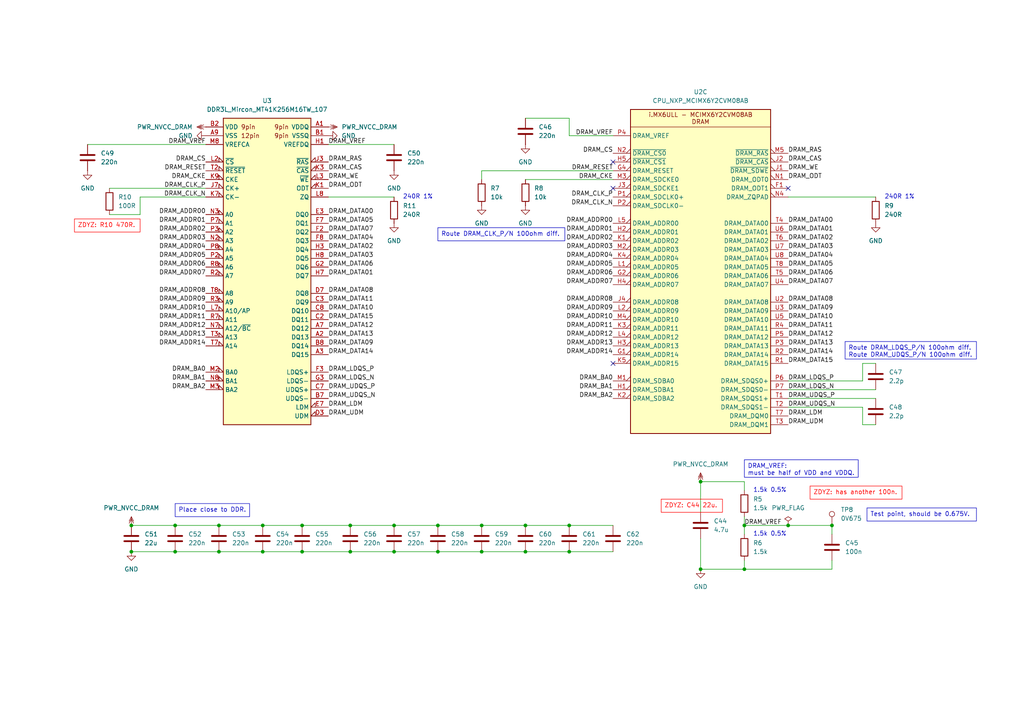
<source format=kicad_sch>
(kicad_sch (version 20231120) (generator "eeschema") (generator_version "8.0")
  (paper "A4")
  (title_block (title "i.MX6ULL Core - DDR3L") (date "2024-06-06") (rev "0.9.1"))
  (lib_symbols
    (symbol "Connector:TestPoint" (pin_numbers hide) (pin_names (offset 0.762) hide)
      (property "Reference" "TP" (at 0 6.858 0))
      (property "Value" "TestPoint" (at 0 5.08 0))
      (symbol "TestPoint_1_1"
        (pin passive line (at 0 0 90) (length 2.54) (name "1") (number "1"))
      )
    )
    (symbol "Device:C" (pin_numbers hide) (pin_names (offset 0.254))
      (property "Reference" "C" (at 0.635 2.54 0))
      (property "Value" "C" (at 0.635 -2.54 0))
      (symbol "C_1_1"
        (pin passive line (at 0 3.81 270) (length 2.794) (name "~") (number "1"))
        (pin passive line (at 0 -3.81 90) (length 2.794) (name "~") (number "2"))
      )
    )
    (symbol "Device:R" (pin_numbers hide) (pin_names (offset 0))
      (property "Reference" "R" (at 2.032 0 90))
      (property "Value" "R" (at 0 0 90))
      (symbol "R_1_1"
        (pin passive line (at 0 3.81 270) (length 1.27) (name "~") (number "1"))
        (pin passive line (at 0 -3.81 90) (length 1.27) (name "~") (number "2"))
      )
    )
    (symbol "i.MX6ULL_Core:CPU_NXP_MCIMX6Y2CVM08AB"
      (property "Reference" "U" (at 0 0 0))
      (property "Value" "CPU_NXP_MCIMX6Y2CVM08AB" (at 0 54.61 0))
      (symbol "CPU_NXP_MCIMX6Y2CVM08AB_1_1"
        (unit_name "Unit A - PWR")
        (text "10pin" (at 5.08 20.32 0) (effects (font (size 1.27 1.27)) (justify right)))
        (text "2pin" (at 5.08 29.21 0) (effects (font (size 1.27 1.27)) (justify right)))
        (text "47pin" (at -15.24 -34.29 0) (effects (font (size 1.27 1.27)) (justify left)))
        (text "4pin" (at 5.08 17.78 0) (effects (font (size 1.27 1.27)) (justify right)))
        (text "6pin" (at -7.62 11.43 0) (effects (font (size 1.27 1.27)) (justify left)))
        (text "6pin" (at -7.62 20.32 0) (effects (font (size 1.27 1.27)) (justify left)))
        (text "ADC" (at 0 7.62 0) (effects (font (size 1.27 1.27))))
        (text "DRAM" (at 0 13.97 0) (effects (font (size 1.27 1.27))))
        (text "i.MX6ULL - MCIMX6Y2CVM08AB\nPWR" (at 0 41.91 0) (effects (font (size 1.27 1.27))))
        (text "LDO 2P5 1P1" (at 0 31.75 0) (effects (font (size 1.27 1.27))))
        (text private "NVCC_DRAM:\n	LPDDR2, 1.2V. DDR3L, 1.35V. DDR3, 1.5V\n\nNVCC_DRAM_2P5:\n	2.5V, Board-level connection to VDD_HIGH_CAP." (at 50.8 38.1 0) (effects (font (size 1.27 1.27)) (justify left top)))
        (text "LDO ARM SOC" (at 0 22.86 0) (effects (font (size 1.27 1.27))))
        (text "LDO SNVS" (at 0 38.1 0) (effects (font (size 1.27 1.27))))
        (text "NVCC_xxx" (at 0 -7.62 0) (effects (font (size 1.27 1.27))))
        (text private "Total: 92 pins." (at -20.32 45.72 0) (effects (font (size 1.27 1.27)) (justify left)))
        (text "Reserved" (at 0 -38.1 0) (effects (font (size 1.27 1.27))))
        (text "USB" (at 0 -1.27 0) (effects (font (size 1.27 1.27))))
        (text private "VDDA_ADC_3P3:\n	must be powered even\n	if the ADC is not used.\nADC_VREFH:\n	tied to VDDA_ADC_3P3.\n\nNGND_KEL0:\n	tied to GND.\n\nGPANIO:\n	reserved, unconnected." (at -76.2 38.1 0) (effects (font (size 1.27 1.27)) (justify left top)))
        (text "VSS" (at 0 -29.21 0) (effects (font (size 1.27 1.27))))
        (pin power_in line (at -25.4 -34.29 0) (length 5.08) (name "VSS") (number "A1"))
        (pin passive line (at -25.4 -34.29 0) (length 5.08) hide (name "VSS") (number "A17"))
        (pin passive line (at -25.4 -34.29 0) (length 5.08) hide (name "VSS") (number "C11"))
        (pin passive line (at -25.4 -34.29 0) (length 5.08) hide (name "VSS") (number "C15"))
        (pin passive line (at -25.4 -34.29 0) (length 5.08) hide (name "VSS") (number "C3"))
        (pin power_in line (at -25.4 -15.24 0) (length 5.08) (name "NVCC_SD1") (number "C4"))
        (pin passive line (at -25.4 -34.29 0) (length 5.08) hide (name "VSS") (number "C7"))
        (pin passive line (at -25.4 -34.29 0) (length 5.08) hide (name "VSS") (number "E11"))
        (pin power_in line (at -25.4 -20.32 0) (length 5.08) (name "NVCC_LCD") (number "E13"))
        (pin power_in line (at -25.4 -17.78 0) (length 5.08) (name "NVCC_NAND") (number "E7"))
        (pin passive line (at -25.4 -34.29 0) (length 5.08) hide (name "VSS") (number "E8"))
        (pin passive line (at -25.4 -34.29 0) (length 5.08) hide (name "VSS") (number "F10"))
        (pin passive line (at -25.4 -34.29 0) (length 5.08) hide (name "VSS") (number "F11"))
        (pin passive line (at -25.4 -34.29 0) (length 5.08) hide (name "VSS") (number "F12"))
        (pin power_in line (at -25.4 -22.86 0) (length 5.08) (name "NVCC_ENET") (number "F13"))
        (pin power_in line (at -25.4 -25.4 0) (length 5.08) (name "NVCC_CSI") (number "F4"))
        (pin passive line (at -25.4 -34.29 0) (length 5.08) hide (name "VSS") (number "F6"))
        (pin passive line (at -25.4 -34.29 0) (length 5.08) hide (name "VSS") (number "F7"))
        (pin passive line (at -25.4 -34.29 0) (length 5.08) hide (name "VSS") (number "F8"))
        (pin passive line (at -25.4 -34.29 0) (length 5.08) hide (name "VSS") (number "F9"))
        (pin passive line (at 25.4 17.78 180) (length 5.08) hide (name "VDD_ARM_CAP") (number "G10"))
        (pin passive line (at 25.4 17.78 180) (length 5.08) hide (name "VDD_ARM_CAP") (number "G11"))
        (pin passive line (at -25.4 -34.29 0) (length 5.08) hide (name "VSS") (number "G12"))
        (pin passive line (at -25.4 -34.29 0) (length 5.08) hide (name "VSS") (number "G15"))
        (pin passive line (at -25.4 -34.29 0) (length 5.08) hide (name "VSS") (number "G3"))
        (pin passive line (at -25.4 -34.29 0) (length 5.08) hide (name "VSS") (number "G5"))
        (pin power_in line (at -25.4 11.43 0) (length 5.08) (name "NVCC_DRAM") (number "G6"))
        (pin passive line (at -25.4 -34.29 0) (length 5.08) hide (name "VSS") (number "G7"))
        (pin power_out line (at 25.4 20.32 180) (length 5.08) (name "VDD_SOC_CAP") (number "G8"))
        (pin power_out line (at 25.4 17.78 180) (length 5.08) (name "VDD_ARM_CAP") (number "G9"))
        (pin passive line (at -25.4 20.32 0) (length 5.08) hide (name "VDD_SOC_IN") (number "H10"))
        (pin passive line (at 25.4 17.78 180) (length 5.08) hide (name "VDD_ARM_CAP") (number "H11"))
        (pin passive line (at -25.4 -34.29 0) (length 5.08) hide (name "VSS") (number "H12"))
        (pin power_in line (at -25.4 -10.16 0) (length 5.08) (name "NVCC_UART") (number "H13"))
        (pin passive line (at -25.4 11.43 0) (length 5.08) hide (name "NVCC_DRAM") (number "H6"))
        (pin passive line (at -25.4 -34.29 0) (length 5.08) hide (name "VSS") (number "H7"))
        (pin passive line (at 25.4 20.32 180) (length 5.08) hide (name "VDD_SOC_CAP") (number "H8"))
        (pin power_in line (at -25.4 20.32 0) (length 5.08) (name "VDD_SOC_IN") (number "H9"))
        (pin passive line (at -25.4 20.32 0) (length 5.08) hide (name "VDD_SOC_IN") (number "J10"))
        (pin passive line (at 25.4 20.32 180) (length 5.08) hide (name "VDD_SOC_CAP") (number "J11"))
        (pin passive line (at -25.4 -34.29 0) (length 5.08) hide (name "VSS") (number "J12"))
        (pin power_in line (at -25.4 -12.7 0) (length 5.08) (name "NVCC_GPIO") (number "J13"))
        (pin passive line (at -25.4 -34.29 0) (length 5.08) hide (name "VSS") (number "J5"))
        (pin passive line (at -25.4 11.43 0) (length 5.08) hide (name "NVCC_DRAM") (number "J6"))
        (pin passive line (at -25.4 -34.29 0) (length 5.08) hide (name "VSS") (number "J7"))
        (pin passive line (at 25.4 20.32 180) (length 5.08) hide (name "VDD_SOC_CAP") (number "J8"))
        (pin passive line (at -25.4 20.32 0) (length 5.08) hide (name "VDD_SOC_IN") (number "J9"))
        (pin passive line (at -25.4 20.32 0) (length 5.08) hide (name "VDD_SOC_IN") (number "K10"))
        (pin passive line (at 25.4 20.32 180) (length 5.08) hide (name "VDD_SOC_CAP") (number "K11"))
        (pin passive line (at -25.4 -34.29 0) (length 5.08) hide (name "VSS") (number "K12"))
        (pin passive line (at -25.4 11.43 0) (length 5.08) hide (name "NVCC_DRAM") (number "K6"))
        (pin passive line (at -25.4 -34.29 0) (length 5.08) hide (name "VSS") (number "K7"))
        (pin passive line (at 25.4 20.32 180) (length 5.08) hide (name "VDD_SOC_CAP") (number "K8"))
        (pin passive line (at -25.4 20.32 0) (length 5.08) hide (name "VDD_SOC_IN") (number "K9"))
        (pin passive line (at 25.4 20.32 180) (length 5.08) hide (name "VDD_SOC_CAP") (number "L10"))
        (pin passive line (at 25.4 20.32 180) (length 5.08) hide (name "VDD_SOC_CAP") (number "L11"))
        (pin passive line (at -25.4 -34.29 0) (length 5.08) hide (name "VSS") (number "L12"))
        (pin power_in line (at -25.4 5.08 0) (length 5.08) (name "VDDA_ADC_3P3") (number "L13"))
        (pin passive line (at -25.4 -34.29 0) (length 5.08) hide (name "VSS") (number "L3"))
        (pin passive line (at -25.4 11.43 0) (length 5.08) hide (name "NVCC_DRAM") (number "L6"))
        (pin passive line (at -25.4 -34.29 0) (length 5.08) hide (name "VSS") (number "L7"))
        (pin passive line (at 25.4 20.32 180) (length 5.08) hide (name "VDD_SOC_CAP") (number "L8"))
        (pin passive line (at 25.4 20.32 180) (length 5.08) hide (name "VDD_SOC_CAP") (number "L9"))
        (pin passive line (at -25.4 -34.29 0) (length 5.08) hide (name "VSS") (number "M10"))
        (pin passive line (at -25.4 -34.29 0) (length 5.08) hide (name "VSS") (number "M11"))
        (pin power_in line (at -25.4 -31.75 0) (length 5.08) (name "NGND_KEL0") (number "M12"))
        (pin power_in line (at -25.4 2.54 0) (length 5.08) (name "ADC_VREFH") (number "M13"))
        (pin passive line (at -25.4 11.43 0) (length 5.08) hide (name "NVCC_DRAM") (number "M6"))
        (pin passive line (at -25.4 -34.29 0) (length 5.08) hide (name "VSS") (number "M7"))
        (pin passive line (at -25.4 -34.29 0) (length 5.08) hide (name "VSS") (number "M8"))
        (pin passive line (at -25.4 -34.29 0) (length 5.08) hide (name "VSS") (number "M9"))
        (pin power_out line (at 25.4 35.56 180) (length 5.08) (name "VDD_SNVS_CAP") (number "N12"))
        (pin power_in line (at -25.4 29.21 0) (length 5.08) (name "VDD_HIGH_IN") (number "N13"))
        (pin passive line (at -25.4 -34.29 0) (length 5.08) hide (name "VSS") (number "N3"))
        (pin passive line (at -25.4 -34.29 0) (length 5.08) hide (name "VSS") (number "N5"))
        (pin power_in line (at 25.4 11.43 180) (length 5.08) (name "NVCC_DRAM_2P5") (number "N6"))
        (pin power_in line (at -25.4 35.56 0) (length 5.08) (name "VDD_SNVS_IN") (number "P12"))
        (pin power_out line (at 25.4 26.67 180) (length 5.08) (name "NVCC_PLL") (number "P13"))
        (pin passive line (at -25.4 -34.29 0) (length 5.08) hide (name "VSS") (number "R11"))
        (pin power_out line (at 25.4 -3.81 180) (length 5.08) (name "VDD_USB_CAP") (number "R12"))
        (pin no_connect line (at -25.4 -40.64 0) (length 5.08) (name "GPANAIO") (number "R13"))
        (pin power_out line (at 25.4 29.21 180) (length 5.08) (name "VDD_HIGH_CAP") (number "R14"))
        (pin passive line (at 25.4 29.21 180) (length 5.08) hide (name "VDD_HIGH_CAP") (number "R15"))
        (pin passive line (at -25.4 -34.29 0) (length 5.08) hide (name "VSS") (number "R16"))
        (pin passive line (at -25.4 -34.29 0) (length 5.08) hide (name "VSS") (number "R17"))
        (pin passive line (at -25.4 -34.29 0) (length 5.08) hide (name "VSS") (number "R3"))
        (pin passive line (at -25.4 -34.29 0) (length 5.08) hide (name "VSS") (number "R5"))
        (pin passive line (at -25.4 -34.29 0) (length 5.08) hide (name "VSS") (number "R7"))
        (pin passive line (at -25.4 -34.29 0) (length 5.08) hide (name "VSS") (number "T14"))
        (pin passive line (at -25.4 -34.29 0) (length 5.08) hide (name "VSS") (number "U1"))
        (pin passive line (at -25.4 -34.29 0) (length 5.08) hide (name "VSS") (number "U14"))
        (pin passive line (at -25.4 -34.29 0) (length 5.08) hide (name "VSS") (number "U17"))
      )
      (symbol "CPU_NXP_MCIMX6Y2CVM08AB_2_1"
        (unit_name "Unit B - OSC/BOOT")
        (text private "CCM_CLK1_P, CCM_CLK1_N:\n	unconnected if not used.\n\n~{POR}:\n	internal 100k pull up.\nONOFF:\n	internal 100k pull up, pull down to reset chip." (at 38.1 12.7 0) (effects (font (size 1.27 1.27)) (justify left top)))
        (text "BOOT" (at 0 0 0) (effects (font (size 1.27 1.27))))
        (text "i.MX6ULL - MCIMX6Y2CVM08AB\nOSC/BOOT" (at 0 20.32 0) (effects (font (size 1.27 1.27))))
        (text "OSC" (at 0 16.51 0) (effects (font (size 1.27 1.27))))
        (text private "Total: 13 pins." (at -20.32 24.13 0) (effects (font (size 1.27 1.27)) (justify left)))
        (text private "XTALI, XTALO:\n	24MHz.\nRTC_XTALI, RTC_XTALO:\n	32.768kHz.\n\nBOOT_MODE1,BOOT_MODE0:\n	internal 100k pull down.\n00: efuse.\n01: serial download.\n10: internal boot.\n11: reserved.\n\nTEST_MODE:\n	reserved,\n	unconnected or tied to GND." (at -76.2 12.7 0) (effects (font (size 1.27 1.27)) (justify left top)))
        (text "Reserved" (at 0 -17.78 0) (effects (font (size 1.27 1.27))))
        (text "SNVS/CCM" (at 0 -8.89 0) (effects (font (size 1.27 1.27))))
        (pin no_connect line (at -25.4 -20.32 0) (length 5.08) (name "TEST_MODE") (number "N7"))
        (pin output output_low (at 25.4 11.43 180) (length 5.08) (name "CCM_CLK1_N") (number "P16"))
        (pin input input_low (at 25.4 13.97 180) (length 5.08) (name "CCM_CLK1_P") (number "P17"))
        (pin input input_low (at 25.4 -2.54 180) (length 5.08) (name "~{POR}") (number "P8"))
        (pin input input_low (at 25.4 -5.08 180) (length 5.08) (name "ONOFF") (number "R8"))
        (pin input input_low (at -25.4 -5.08 0) (length 5.08) (name "BOOT_MODE0") (number "T10"))
        (pin input input_low (at -25.4 6.35 0) (length 5.08) (name "RTC_XTALI") (number "T11"))
        (pin input input_low (at -25.4 13.97 0) (length 5.08) (name "XTALI") (number "T16"))
        (pin output output_low (at -25.4 11.43 0) (length 5.08) (name "XTALO") (number "T17"))
        (pin output output_low (at -25.4 -11.43 0) (length 5.08) (name "SNVS_PMIC_ON_REQ") (number "T9"))
        (pin input input_low (at -25.4 -2.54 0) (length 5.08) (name "BOOT_MODE1") (number "U10"))
        (pin output output_low (at -25.4 3.81 0) (length 5.08) (name "RTC_XTALO") (number "U11"))
        (pin output output_low (at -25.4 -13.97 0) (length 5.08) (name "CCM_PMIC_STBY_REQ") (number "U9"))
      )
      (symbol "CPU_NXP_MCIMX6Y2CVM08AB_3_1"
        (unit_name "Unit C - DRAM")
        (text private "DRAM_VREF:\n	must be half of NVCC_DRAM.\n	Use a 1 kohm 0.5% resistor to GND and a 1 kohm 0.5%\n	resistor to NVCC_DRAM. Shunt each resistor with a\n	closely-mounted 0.1 uF capacitor." (at -101.6 38.1 0) (effects (font (size 1.27 1.27)) (justify left top)))
        (text private "Total: 55 pins." (at -20.32 48.26 0) (effects (font (size 1.27 1.27)) (justify left)))
        (text "i.MX6ULL - MCIMX6Y2CVM08AB\nDRAM" (at 0 44.45 0) (effects (font (size 1.27 1.27))))
        (pin output output_low (at 25.4 24.13 180) (length 5.08) (name "DRAM_ODT1") (number "F1"))
        (pin output output_low (at -25.4 -24.13 0) (length 5.08) (name "DRAM_ADDR14") (number "G1"))
        (pin output output_low (at -25.4 -1.27 0) (length 5.08) (name "DRAM_ADDR06") (number "G2"))
        (pin output output_low (at -25.4 29.21 0) (length 5.08) (name "DRAM_RESET") (number "G4"))
        (pin output output_low (at -25.4 -34.29 0) (length 5.08) (name "DRAM_SDBA1") (number "H1"))
        (pin output output_low (at -25.4 11.43 0) (length 5.08) (name "DRAM_ADDR01") (number "H2"))
        (pin output output_low (at -25.4 -21.59 0) (length 5.08) (name "DRAM_ADDR13") (number "H3"))
        (pin output output_low (at -25.4 -3.81 0) (length 5.08) (name "DRAM_ADDR07") (number "H4"))
        (pin output output_low (at -25.4 31.75 0) (length 5.08) (name "~{DRAM_CS1}") (number "H5"))
        (pin output output_low (at 25.4 29.21 180) (length 5.08) (name "~{DRAM_SDWE}") (number "J1"))
        (pin output output_low (at 25.4 31.75 180) (length 5.08) (name "~{DRAM_CAS}") (number "J2"))
        (pin output output_low (at -25.4 24.13 0) (length 5.08) (name "DRAM_SDCKE1") (number "J3"))
        (pin output output_low (at -25.4 -8.89 0) (length 5.08) (name "DRAM_ADDR08") (number "J4"))
        (pin output output_low (at -25.4 8.89 0) (length 5.08) (name "DRAM_ADDR02") (number "K1"))
        (pin output output_low (at -25.4 -36.83 0) (length 5.08) (name "DRAM_SDBA2") (number "K2"))
        (pin output output_low (at -25.4 -16.51 0) (length 5.08) (name "DRAM_ADDR11") (number "K3"))
        (pin output output_low (at -25.4 3.81 0) (length 5.08) (name "DRAM_ADDR04") (number "K4"))
        (pin output output_low (at -25.4 -26.67 0) (length 5.08) (name "DRAM_ADDR15") (number "K5"))
        (pin output output_low (at -25.4 1.27 0) (length 5.08) (name "DRAM_ADDR05") (number "L1"))
        (pin output output_low (at -25.4 -11.43 0) (length 5.08) (name "DRAM_ADDR09") (number "L2"))
        (pin output output_low (at -25.4 -19.05 0) (length 5.08) (name "DRAM_ADDR12") (number "L4"))
        (pin output output_low (at -25.4 13.97 0) (length 5.08) (name "DRAM_ADDR00") (number "L5"))
        (pin output output_low (at -25.4 -31.75 0) (length 5.08) (name "DRAM_SDBA0") (number "M1"))
        (pin output output_low (at -25.4 6.35 0) (length 5.08) (name "DRAM_ADDR03") (number "M2"))
        (pin output output_low (at -25.4 26.67 0) (length 5.08) (name "DRAM_SDCKE0") (number "M3"))
        (pin output output_low (at -25.4 -13.97 0) (length 5.08) (name "DRAM_ADDR10") (number "M4"))
        (pin output output_low (at 25.4 34.29 180) (length 5.08) (name "~{DRAM_RAS}") (number "M5"))
        (pin output output_low (at 25.4 26.67 180) (length 5.08) (name "DRAM_ODT0") (number "N1"))
        (pin output output_low (at -25.4 34.29 0) (length 5.08) (name "~{DRAM_CS0}") (number "N2"))
        (pin passive output_low (at 25.4 21.59 180) (length 5.08) (name "DRAM_ZQPAD") (number "N4"))
        (pin output output_low (at -25.4 21.59 0) (length 5.08) (name "DRAM_SDCLK0+") (number "P1"))
        (pin output output_low (at -25.4 19.05 0) (length 5.08) (name "DRAM_SDCLK0-") (number "P2"))
        (pin bidirectional line (at 25.4 -21.59 180) (length 5.08) (name "DRAM_DATA13") (number "P3"))
        (pin power_in line (at -25.4 39.37 0) (length 5.08) (name "DRAM_VREF") (number "P4"))
        (pin bidirectional line (at 25.4 -19.05 180) (length 5.08) (name "DRAM_DATA12") (number "P5"))
        (pin bidirectional line (at 25.4 -31.75 180) (length 5.08) (name "DRAM_SDQS0+") (number "P6"))
        (pin bidirectional line (at 25.4 -34.29 180) (length 5.08) (name "DRAM_SDQS0-") (number "P7"))
        (pin bidirectional line (at 25.4 -26.67 180) (length 5.08) (name "DRAM_DATA15") (number "R1"))
        (pin bidirectional line (at 25.4 -24.13 180) (length 5.08) (name "DRAM_DATA14") (number "R2"))
        (pin bidirectional line (at 25.4 -16.51 180) (length 5.08) (name "DRAM_DATA11") (number "R4"))
        (pin bidirectional line (at 25.4 -36.83 180) (length 5.08) (name "DRAM_SDQS1+") (number "T1"))
        (pin bidirectional line (at 25.4 -39.37 180) (length 5.08) (name "DRAM_SDQS1-") (number "T2"))
        (pin bidirectional line (at 25.4 -44.45 180) (length 5.08) (name "DRAM_DQM1") (number "T3"))
        (pin bidirectional line (at 25.4 13.97 180) (length 5.08) (name "DRAM_DATA00") (number "T4"))
        (pin bidirectional line (at 25.4 -1.27 180) (length 5.08) (name "DRAM_DATA06") (number "T5"))
        (pin bidirectional line (at 25.4 8.89 180) (length 5.08) (name "DRAM_DATA02") (number "T6"))
        (pin bidirectional line (at 25.4 -41.91 180) (length 5.08) (name "DRAM_DQM0") (number "T7"))
        (pin bidirectional line (at 25.4 1.27 180) (length 5.08) (name "DRAM_DATA05") (number "T8"))
        (pin bidirectional line (at 25.4 -8.89 180) (length 5.08) (name "DRAM_DATA08") (number "U2"))
        (pin bidirectional line (at 25.4 -11.43 180) (length 5.08) (name "DRAM_DATA09") (number "U3"))
        (pin bidirectional line (at 25.4 -3.81 180) (length 5.08) (name "DRAM_DATA07") (number "U4"))
        (pin bidirectional line (at 25.4 -13.97 180) (length 5.08) (name "DRAM_DATA10") (number "U5"))
        (pin bidirectional line (at 25.4 11.43 180) (length 5.08) (name "DRAM_DATA01") (number "U6"))
        (pin bidirectional line (at 25.4 6.35 180) (length 5.08) (name "DRAM_DATA03") (number "U7"))
        (pin bidirectional line (at 25.4 3.81 180) (length 5.08) (name "DRAM_DATA04") (number "U8"))
      )
      (symbol "CPU_NXP_MCIMX6Y2CVM08AB_4_1"
        (unit_name "Unit D - SD/eMMC")
        (text private "NOTE:\n\nSD1 for eMMC, SD2 for SD card.\nSD card does not have RESET pin, so leave SD2_RESET unconnected.\nSD card does not have VSELECT pin, so give GPIO1_IO08 to LCD as PWM.\nIf you do not use dual-power for eMMC (VDDQ 1.8V), leave SD1_VSELECT unconnected.\nConnect a 22R(or 10R) resistor in series on SDn_CLK and SDn_CMD, close to host, for impedance matching.\nboot ROM uses SDn_CMD and SDn_DATA0 without internal pull-up configured, so pull them up to 3.3V via 10k.\nSD2 is in NVCC_NAND domain, power it to 3.3V." (at -38.1 -25.4 0) (effects (font (size 1.27 1.27)) (justify left top)))
        (text "i.MX6ULL - MCIMX6Y2CVM08AB\nSD/eMMC" (at 0 20.32 0) (effects (font (size 1.27 1.27))))
        (text private "Total: 21 pins." (at -25.4 24.13 0) (effects (font (size 1.27 1.27)) (justify left)))
        (pin bidirectional line (at -30.48 -5.08 0) (length 5.08) (name "SD1_DATA3") (number "A2"))
        (pin bidirectional line (at 30.48 -12.7 180) (length 5.08) (name "NAND_DATA07/SD2_DATA7") (number "A5"))
        (pin bidirectional line (at 30.48 -10.16 180) (length 5.08) (name "NAND_DATA06/SD2_DATA6") (number "A6"))
        (pin bidirectional line (at 30.48 0 180) (length 5.08) (name "NAND_DATA02/SD2_DATA2") (number "A7"))
        (pin bidirectional line (at -30.48 -2.54 0) (length 5.08) (name "SD1_DATA2") (number "B1"))
        (pin bidirectional line (at -30.48 0 0) (length 5.08) (name "SD1_DATA1") (number "B2"))
        (pin bidirectional line (at -30.48 2.54 0) (length 5.08) (name "SD1_DATA0") (number "B3"))
        (pin output output_low (at 30.48 15.24 180) (length 5.08) (name "NAND_ALE/SD2_RESET") (number "B4"))
        (pin bidirectional line (at 30.48 -7.62 180) (length 5.08) (name "NAND_DATA05/SD2_DATA5") (number "B6"))
        (pin bidirectional line (at 30.48 2.54 180) (length 5.08) (name "NAND_DATA01/SD2_DATA1") (number "B7"))
        (pin output output_low (at -30.48 10.16 0) (length 5.08) (name "SD1_CLK") (number "C1"))
        (pin bidirectional line (at -30.48 7.62 0) (length 5.08) (name "SD1_CMD") (number "C2"))
        (pin bidirectional line (at 30.48 -5.08 180) (length 5.08) (name "NAND_DATA04/SD2_DATA4") (number "C6"))
        (pin bidirectional line (at 30.48 10.16 180) (length 5.08) (name "~{NAND_WE}/SD2_CMD") (number "C8"))
        (pin output output_low (at 30.48 -20.32 180) (length 5.08) (name "~{NAND_WP}") (number "D5"))
        (pin bidirectional line (at 30.48 -2.54 180) (length 5.08) (name "NAND_DATA03/SD2_DATA3") (number "D6"))
        (pin bidirectional line (at 30.48 5.08 180) (length 5.08) (name "NAND_DATA00/SD2_DATA0") (number "D7"))
        (pin output output_low (at 30.48 12.7 180) (length 5.08) (name "~{NAND_RE}/SD2_CLK") (number "D8"))
        (pin bidirectional line (at 30.48 -17.78 180) (length 5.08) (name "NAND_DQS") (number "E6"))
        (pin input input_low (at -30.48 12.7 0) (length 5.08) (name "~{UART1_RTS}/~{SD1_CD}") (number "J14"))
        (pin output output_low (at -30.48 15.24 0) (length 5.08) (name "GPIO1_IO05/SD1_VSELECT") (number "M17"))
      )
      (symbol "CPU_NXP_MCIMX6Y2CVM08AB_5_1"
        (unit_name "Unit E - UART")
        (text "i.MX6ULL - MCIMX6Y2CVM08AB\nUART" (at 0 7.62 0) (effects (font (size 1.27 1.27))))
        (text private "Total: 6 pins." (at -20.32 11.43 0) (effects (font (size 1.27 1.27)) (justify left)))
        (pin input input_low (at 25.4 -7.62 180) (length 5.08) (name "UART3_RXD") (number "H16"))
        (pin output output_low (at 25.4 -5.08 180) (length 5.08) (name "UART3_TXD") (number "H17"))
        (pin input input_low (at 25.4 0 180) (length 5.08) (name "UART2_RXD") (number "J16"))
        (pin output output_low (at 25.4 2.54 180) (length 5.08) (name "UART2_TXD") (number "J17"))
        (pin output output_low (at -25.4 2.54 0) (length 5.08) (name "UART1_TXD") (number "K14"))
        (pin input input_low (at -25.4 0 0) (length 5.08) (name "UART1_RXD") (number "K16"))
      )
      (symbol "CPU_NXP_MCIMX6Y2CVM08AB_6_1"
        (unit_name "Unit F - LCD/TSC")
        (text "Backlight" (at 0 -30.48 0) (effects (font (size 1.27 1.27))))
        (text "i.MX6ULL - MCIMX6Y2CVM08AB\nLCD/TSC" (at 0 43.18 0) (effects (font (size 1.27 1.27))))
        (text private "LCD_CLK:\n	pixel clock\nLCD_HSYNC:\n	horizontal sync\nLCD_VSYNC:\n	vertical sync\n\nPWM1_OUT:\n	LCD background light brightness adjust.\n	Its power domain is NVCC_GPIO.\n\nGPIO1_IO02:\n	configured as GPIO for touch screen IC reset.\nGPIO1_IO09:\n	configured as GPIO for touch screen IC interrupt." (at 50.8 25.4 0) (effects (font (size 1.27 1.27)) (justify left top)))
        (text private "Total: 32 pins." (at -20.32 46.99 0) (effects (font (size 1.27 1.27)) (justify left)))
        (text "LCD" (at 0 39.37 0) (effects (font (size 1.27 1.27))))
        (text "Touch Screen IC" (at 0 -36.83 0) (effects (font (size 1.27 1.27))))
        (pin output output_low (at -25.4 21.59 0) (length 5.08) (name "LCD_DATA06") (number "A10"))
        (pin output output_low (at -25.4 11.43 0) (length 5.08) (name "LCD_DATA09") (number "A11"))
        (pin output output_low (at -25.4 -1.27 0) (length 5.08) (name "LCD_DATA14") (number "A12"))
        (pin output output_low (at -25.4 -13.97 0) (length 5.08) (name "LCD_DATA18") (number "A13"))
        (pin output output_low (at -25.4 -24.13 0) (length 5.08) (name "LCD_DATA22") (number "A14"))
        (pin output output_low (at 25.4 26.67 180) (length 5.08) (name "LCD_CLK") (number "A8"))
        (pin output output_low (at -25.4 34.29 0) (length 5.08) (name "LCD_DATA01") (number "A9"))
        (pin output output_low (at -25.4 24.13 0) (length 5.08) (name "LCD_DATA05") (number "B10"))
        (pin output output_low (at -25.4 13.97 0) (length 5.08) (name "LCD_DATA08") (number "B11"))
        (pin output output_low (at -25.4 1.27 0) (length 5.08) (name "LCD_DATA13") (number "B12"))
        (pin output output_low (at -25.4 -11.43 0) (length 5.08) (name "LCD_DATA17") (number "B13"))
        (pin output output_low (at -25.4 -21.59 0) (length 5.08) (name "LCD_DATA21") (number "B14"))
        (pin output output_low (at -25.4 -26.67 0) (length 5.08) (name "LCD_DATA23") (number "B16"))
        (pin output output_low (at 25.4 36.83 180) (length 5.08) (name "LCD_ENABLE") (number "B8"))
        (pin output output_low (at -25.4 36.83 0) (length 5.08) (name "LCD_DATA00") (number "B9"))
        (pin output output_low (at -25.4 26.67 0) (length 5.08) (name "LCD_DATA04") (number "C10"))
        (pin output output_low (at -25.4 3.81 0) (length 5.08) (name "LCD_DATA12") (number "C12"))
        (pin output output_low (at -25.4 -8.89 0) (length 5.08) (name "LCD_DATA16") (number "C13"))
        (pin output output_low (at -25.4 -19.05 0) (length 5.08) (name "LCD_DATA20") (number "C14"))
        (pin output output_low (at 25.4 21.59 180) (length 5.08) (name "LCD_VSYNC") (number "C9"))
        (pin output output_low (at -25.4 29.21 0) (length 5.08) (name "LCD_DATA03") (number "D10"))
        (pin output output_low (at -25.4 19.05 0) (length 5.08) (name "LCD_DATA07") (number "D11"))
        (pin output output_low (at -25.4 6.35 0) (length 5.08) (name "LCD_DATA11") (number "D12"))
        (pin output output_low (at -25.4 -3.81 0) (length 5.08) (name "LCD_DATA15") (number "D13"))
        (pin output output_low (at -25.4 -16.51 0) (length 5.08) (name "LCD_DATA19") (number "D14"))
        (pin output output_low (at 25.4 24.13 180) (length 5.08) (name "LCD_HSYNC") (number "D9"))
        (pin output output_low (at -25.4 31.75 0) (length 5.08) (name "LCD_DATA02") (number "E10"))
        (pin output output_low (at -25.4 8.89 0) (length 5.08) (name "LCD_DATA10") (number "E12"))
        (pin output output_low (at 25.4 31.75 180) (length 5.08) (name "LCD_RESET") (number "E9"))
        (pin output output_low (at 25.4 -39.37 180) (length 5.08) (name "GPIO1_IO02") (number "L14"))
        (pin input input_low (at 25.4 -41.91 180) (length 5.08) (name "GPIO1_IO09") (number "M15"))
        (pin output output_low (at 25.4 -33.02 180) (length 5.08) (name "GPIO1_IO08/PWM1_OUT") (number "N17"))
      )
      (symbol "CPU_NXP_MCIMX6Y2CVM08AB_7_1"
        (unit_name "Unit G - CSI")
        (text private "GPIO1_IO04:\n	configured as GPIO for CSI power down.\n~{UART1_RTS}/GPIO1_IO19:\n	configured as GPIO for CSI reset.\n\nCSI_MCLK:\n	master clock, i.MX -> camera\nCSI_PIXCLK:\n	pixel clock, camera -> i.MX\nCSI_HSYNC:\n	horizontal sync, camera -> i.MX\nCSI_VSYNC:\n	vertical sync, camera -> i.MX" (at 38.1 12.7 0) (effects (font (size 1.27 1.27)) (justify left top)))
        (text private "Total: 13 pins." (at -20.32 15.24 0) (effects (font (size 1.27 1.27)) (justify left)))
        (text "i.MX6ULL - MCIMX6Y2CVM08AB\nCSI" (at 0 11.43 0) (effects (font (size 1.27 1.27))))
        (pin input input_low (at -25.4 -11.43 0) (length 5.08) (name "CSI_DATA07") (number "D1"))
        (pin input input_low (at -25.4 -8.89 0) (length 5.08) (name "CSI_DATA06") (number "D2"))
        (pin input input_low (at -25.4 -6.35 0) (length 5.08) (name "CSI_DATA05") (number "D3"))
        (pin input input_low (at -25.4 -3.81 0) (length 5.08) (name "CSI_DATA04") (number "D4"))
        (pin input input_low (at -25.4 -1.27 0) (length 5.08) (name "CSI_DATA03") (number "E1"))
        (pin input input_low (at -25.4 1.27 0) (length 5.08) (name "CSI_DATA02") (number "E2"))
        (pin input input_low (at -25.4 3.81 0) (length 5.08) (name "CSI_DATA01") (number "E3"))
        (pin input input_low (at -25.4 6.35 0) (length 5.08) (name "CSI_DATA00") (number "E4"))
        (pin input input_low (at 25.4 -6.35 180) (length 5.08) (name "CSI_PIXCLK") (number "E5"))
        (pin input input_low (at 25.4 -11.43 180) (length 5.08) (name "CSI_VSYNC") (number "F2"))
        (pin input input_low (at 25.4 -8.89 180) (length 5.08) (name "CSI_HSYNC") (number "F3"))
        (pin output output_low (at 25.4 -3.81 180) (length 5.08) (name "CSI_MCLK") (number "F5"))
        (pin output output_low (at 25.4 3.81 180) (length 5.08) (name "~{UART1_CTS}/GPIO1_IO18") (number "K15"))
        (pin output output_low (at 25.4 6.35 180) (length 5.08) (name "GPIO1_IO04") (number "M16"))
      )
      (symbol "CPU_NXP_MCIMX6Y2CVM08AB_8_1"
        (unit_name "Unit H - I2C")
        (text private "I2C1:\n	free use.\nI2C2:\n	mount touch screen IC and CSI." (at -19.05 -12.7 0) (effects (font (size 1.27 1.27)) (justify left top)))
        (text "i.MX6ULL - MCIMX6Y2CVM08AB\nI2C" (at 0 3.81 0) (effects (font (size 1.27 1.27))))
        (text private "Total: 4 pins." (at -22.86 7.62 0) (effects (font (size 1.27 1.27)) (justify left)))
        (pin output output_low (at 27.94 -1.27 180) (length 5.08) (name "UART5_TXD/I2C2_CLK") (number "F17"))
        (pin bidirectional line (at 27.94 -3.81 180) (length 5.08) (name "UART5_RXD/I2C2_SDA") (number "G13"))
        (pin bidirectional line (at -27.94 -3.81 0) (length 5.08) (name "I2C1_SDA/UART4_RXD") (number "G16"))
        (pin output output_low (at -27.94 -1.27 0) (length 5.08) (name "I2C1_CLK/UART4_TXD") (number "G17"))
      )
      (symbol "CPU_NXP_MCIMX6Y2CVM08AB_9_1"
        (unit_name "Unit I - USB")
        (text "i.MX6ULL - MCIMX6Y2CVM08AB\nUSB" (at 0 8.89 0) (effects (font (size 1.27 1.27))))
        (text private "Total: 8 pins." (at -29.21 12.7 0) (effects (font (size 1.27 1.27)) (justify left)))
        (text private "USB1:\n	OTG.\nUSB2:\n	OTG." (at -5.08 -17.78 0) (effects (font (size 1.27 1.27)) (justify left top)))
        (text private "~{USB_OTG1_CHD}\n	not used." (at -63.5 -7.62 0) (effects (font (size 1.27 1.27)) (justify left top)))
        (pin input input_low (at -34.29 -3.81 0) (length 5.08) (name "ANATOP_OTG1_ID/GPIO1_IO00") (number "K13"))
        (pin power_in line (at -34.29 3.81 0) (length 5.08) (name "USB_OTG1_VBUS") (number "T12"))
        (pin bidirectional line (at 35.56 -1.27 180) (length 5.08) (name "USB_OTG2_DN") (number "T13"))
        (pin bidirectional line (at -34.29 -1.27 0) (length 5.08) (name "USB_OTG1_DN") (number "T15"))
        (pin power_in line (at 35.56 3.81 180) (length 5.08) (name "USB_OTG2_VBUS") (number "U12"))
        (pin bidirectional line (at 35.56 1.27 180) (length 5.08) (name "USB_OTG2_DP") (number "U13"))
        (pin bidirectional line (at -34.29 1.27 0) (length 5.08) (name "USB_OTG1_DP") (number "U15"))
        (pin output output_low (at -34.29 -8.89 0) (length 5.08) (name "~{USB_OTG1_CHD}") (number "U16"))
      )
      (symbol "CPU_NXP_MCIMX6Y2CVM08AB_10_1"
        (unit_name "Unit J - ENET")
        (text private "GPIO1_IO23/~{UART2_RTS}:\n	ENET IC reset.\nGOIO1_IO27/~{UART3_RTS}:\n	ENET IC interrupt." (at -76.2 12.7 0) (effects (font (size 1.27 1.27)) (justify left top)))
        (text private "Total: 22 pins." (at -25.4 22.86 0) (effects (font (size 1.27 1.27)) (justify left)))
        (text private "~{UART2_CTS}/GPIO1_IO22:\n	ENET IC reset.\n~{UART3_CTS}/GPIO1_IO26:\n	ENET IC interrupt." (at 50.8 12.7 0) (effects (font (size 1.27 1.27)) (justify left top)))
        (text "i.MX6ULL - MCIMX6Y2CVM08AB\nENET" (at 0 19.05 0) (effects (font (size 1.27 1.27))))
        (pin output output_low (at 30.48 -16.51 180) (length 5.08) (name "ENET2_TX_DATA0") (number "A15"))
        (pin output output_low (at 30.48 -19.05 180) (length 5.08) (name "ENET2_TX_DATA1") (number "A16"))
        (pin output output_low (at 30.48 -11.43 180) (length 5.08) (name "ENET2_TX_EN") (number "B15"))
        (pin input input_low (at 30.48 -1.27 180) (length 5.08) (name "ENET2_RX_EN") (number "B17"))
        (pin input input_low (at 30.48 -8.89 180) (length 5.08) (name "ENET2_RX_DATA1") (number "C16"))
        (pin input input_low (at 30.48 -6.35 180) (length 5.08) (name "ENET2_RX_DATA0") (number "C17"))
        (pin input input_low (at -30.48 -3.81 0) (length 5.08) (name "ENET1_RX_ER") (number "D15"))
        (pin input input_low (at 30.48 -3.81 180) (length 5.08) (name "ENET2_RX_ER") (number "D16"))
        (pin output output_low (at 30.48 -13.97 180) (length 5.08) (name "ENET2_TX_CLK") (number "D17"))
        (pin output output_low (at -30.48 -19.05 0) (length 5.08) (name "ENET1_TX_DATA1") (number "E14"))
        (pin output output_low (at -30.48 -16.51 0) (length 5.08) (name "ENET1_TX_DATA0") (number "E15"))
        (pin input input_low (at -30.48 -1.27 0) (length 5.08) (name "ENET1_RX_EN") (number "E16"))
        (pin input input_low (at -30.48 -8.89 0) (length 5.08) (name "ENET1_RX_DATA1") (number "E17"))
        (pin output output_low (at -30.48 -13.97 0) (length 5.08) (name "ENET1_TX_CLK") (number "F14"))
        (pin output output_low (at -30.48 -11.43 0) (length 5.08) (name "ENET1_TX_EN") (number "F15"))
        (pin input input_low (at -30.48 -6.35 0) (length 5.08) (name "ENET1_RX_DATA0") (number "F16"))
        (pin input input_low (at -30.48 3.81 0) (length 5.08) (name "GOIO1_IO27/~{UART3_RTS}") (number "G14"))
        (pin output output_low (at -30.48 6.35 0) (length 5.08) (name "GPIO1_IO23/~{UART2_RTS}") (number "H14"))
        (pin input input_low (at 30.48 3.81 180) (length 5.08) (name "~{UART3_CTS}/GPIO1_IO26") (number "H15"))
        (pin output output_low (at 30.48 6.35 180) (length 5.08) (name "~{UART2_CTS}/GPIO1_IO22") (number "J15"))
        (pin bidirectional line (at -30.48 13.97 0) (length 5.08) (name "ENET_MDIO/GPIO1_IO06") (number "K17"))
        (pin output output_low (at -30.48 11.43 0) (length 5.08) (name "ENET_MDC/GPIO1_IO07") (number "L16"))
      )
      (symbol "CPU_NXP_MCIMX6Y2CVM08AB_11_1"
        (unit_name "Unit K - SPI")
        (text "i.MX6ULL - MCIMX6Y2CVM08AB\nSPI" (at 0 6.35 0) (effects (font (size 1.27 1.27))))
        (text private "Total: 4 pins." (at -20.32 10.16 0) (effects (font (size 1.27 1.27)) (justify left)))
        (pin output output_low (at -25.4 1.27 0) (length 5.08) (name "ECSPI3_SS0/~{NAND_READY}") (number "A3"))
        (pin input input_low (at -25.4 -3.81 0) (length 5.08) (name "ECSPI3_MISO/NAND_CLE") (number "A4"))
        (pin output output_low (at -25.4 -6.35 0) (length 5.08) (name "ECSPI3_MOSI/~{NAND_CE1}") (number "B5"))
        (pin output output_low (at -25.4 -1.27 0) (length 5.08) (name "ECSPI3_SCLK/~{NAND_CE0}") (number "C5"))
      )
      (symbol "CPU_NXP_MCIMX6Y2CVM08AB_12_1"
        (unit_name "Unit L - free use")
        (text "i.MX6ULL - MCIMX6Y2CVM08AB\nfree use" (at 0 13.97 0) (effects (font (size 1.27 1.27))))
        (text private "Total: 18 pins." (at -20.32 17.78 0) (effects (font (size 1.27 1.27)) (justify left)))
        (pin passive line (at -25.4 8.89 0) (length 5.08) (name "GPIO1_IO01") (number "L15"))
        (pin passive line (at -25.4 6.35 0) (length 5.08) (name "GPIO1_IO03") (number "L17"))
        (pin passive line (at -25.4 -3.81 0) (length 5.08) (name "JTAG_TCK") (number "M14"))
        (pin passive line (at 25.4 -8.89 180) (length 5.08) (name "SNVS_TAMPER7") (number "N10"))
        (pin passive line (at 25.4 -6.35 180) (length 5.08) (name "SNVS_TAMPER6") (number "N11"))
        (pin passive line (at -25.4 -13.97 0) (length 5.08) (name "~{JTAG_TRST}") (number "N14"))
        (pin passive line (at -25.4 -8.89 0) (length 5.08) (name "JTAG_TDO") (number "N15"))
        (pin passive line (at -25.4 -6.35 0) (length 5.08) (name "JTAG_TDI") (number "N16"))
        (pin passive line (at 25.4 -3.81 180) (length 5.08) (name "SNVS_TAMPER5") (number "N8"))
        (pin passive line (at 25.4 -11.43 180) (length 5.08) (name "SNVS_TAMPER8") (number "N9"))
        (pin passive line (at 25.4 1.27 180) (length 5.08) (name "SNVS_TAMPER3") (number "P10"))
        (pin passive line (at 25.4 3.81 180) (length 5.08) (name "SNVS_TAMPER2") (number "P11"))
        (pin passive line (at -25.4 -11.43 0) (length 5.08) (name "JTAG_TMS") (number "P14"))
        (pin passive line (at -25.4 -1.27 0) (length 5.08) (name "JTAG_MOD") (number "P15"))
        (pin passive line (at 25.4 -1.27 180) (length 5.08) (name "SNVS_TAMPER4") (number "P9"))
        (pin passive line (at 25.4 8.89 180) (length 5.08) (name "SNVS_TAMPER0") (number "R10"))
        (pin passive line (at 25.4 -13.97 180) (length 5.08) (name "SNVS_TAMPER9") (number "R6"))
        (pin passive line (at 25.4 6.35 180) (length 5.08) (name "SNVS_TAMPER1") (number "R9"))
      )
    )
    (symbol "i.MX6ULL_Core:DDR3L_Mircon_MT41K256M16TW_107"
      (property "Reference" "U" (at 0 0 0))
      (property "Value" "DDR3L_Mircon_MT41K256M16TW_107" (at 0 48.26 0))
      (symbol "DDR3L_Mircon_MT41K256M16TW_107_1_1"
        (text private "A[14:0]: Address, I.\nBA[2:0]: Bank address, I.\nDQ[15:0]: Data, IO.\n\n~{CS}: Chip select, I.\n~{RAS}, ~{CAS}, ~{WE}: Command inputs, I.\nODT: On-Die Termination, I.\n\nLDQS+-: Lower byte data strobe, IO.\nUDQS+-: Upper byte data strobe, IO.\nLDM, UDM: Lower/Upper byte input data mask, I.\n\n~{RESET}: Reset, I.\nCKE: Clock enable, I.\nCK+-: Differential clock, I.\n\nVDD(9 pins), VSS(12 pins): Power supply, 1.35V.\nVDDQ(9 pins), VSSQ(9 pins): DQ power supply, 1.35V.\nVREFCA: Reference voltage for control, command, address.\nVREFDQ: Reference voltage for data.\n\nZQ: External reference ball for output drive calibration." (at 38.1 0 0) (effects (font (size 1.27 1.27)) (justify left top)))
        (text "12pin" (at -7.62 39.37 0) (effects (font (size 1.27 1.27)) (justify left)))
        (text "9pin" (at -7.62 41.91 0) (effects (font (size 1.27 1.27)) (justify left)))
        (text "9pin" (at 6.35 39.37 0) (effects (font (size 1.27 1.27)) (justify right)))
        (text "9pin" (at 6.35 41.91 0) (effects (font (size 1.27 1.27)) (justify right)))
        (text_box private "MT41K256M16 SDRAM (1.35V) is a low voltage version of the DDR3.\n\n256M16: 256Meg x 16.\nTW: 96-ball FBGA, 8x14mm\n107: tCK=1.07ns, CL=13" (at -25.4 64.77 0) (size 50.8 -13.97) (effects (font (size 1.27 1.27)) (justify left top)))
        (pin power_in line (at 17.78 41.91 180) (length 5.08) (name "VDDQ") (number "A1"))
        (pin bidirectional line (at 17.78 -19.05 180) (length 5.08) (name "DQ13") (number "A2"))
        (pin bidirectional line (at 17.78 -24.13 180) (length 5.08) (name "DQ15") (number "A3"))
        (pin bidirectional line (at 17.78 -16.51 180) (length 5.08) (name "DQ12") (number "A7"))
        (pin passive line (at 17.78 41.91 180) (length 5.08) hide (name "VDDQ") (number "A8"))
        (pin power_in line (at -17.78 39.37 0) (length 5.08) (name "VSS") (number "A9"))
        (pin power_in line (at 17.78 39.37 180) (length 5.08) (name "VSSQ") (number "B1"))
        (pin power_in line (at -17.78 41.91 0) (length 5.08) (name "VDD") (number "B2"))
        (pin passive line (at -17.78 39.37 0) (length 5.08) hide (name "VSS") (number "B3"))
        (pin bidirectional line (at 17.78 -36.83 180) (length 5.08) (name "UDQS-") (number "B7"))
        (pin bidirectional line (at 17.78 -21.59 180) (length 5.08) (name "DQ14") (number "B8"))
        (pin passive line (at 17.78 39.37 180) (length 5.08) hide (name "VSSQ") (number "B9"))
        (pin passive line (at 17.78 41.91 180) (length 5.08) hide (name "VDDQ") (number "C1"))
        (pin bidirectional line (at 17.78 -13.97 180) (length 5.08) (name "DQ11") (number "C2"))
        (pin bidirectional line (at 17.78 -8.89 180) (length 5.08) (name "DQ9") (number "C3"))
        (pin bidirectional line (at 17.78 -34.29 180) (length 5.08) (name "UDQS+") (number "C7"))
        (pin bidirectional line (at 17.78 -11.43 180) (length 5.08) (name "DQ10") (number "C8"))
        (pin passive line (at 17.78 41.91 180) (length 5.08) hide (name "VDDQ") (number "C9"))
        (pin passive line (at 17.78 39.37 180) (length 5.08) hide (name "VSSQ") (number "D1"))
        (pin passive line (at 17.78 41.91 180) (length 5.08) hide (name "VDDQ") (number "D2"))
        (pin input input_low (at 17.78 -41.91 180) (length 5.08) (name "UDM") (number "D3"))
        (pin bidirectional line (at 17.78 -6.35 180) (length 5.08) (name "DQ8") (number "D7"))
        (pin passive line (at 17.78 39.37 180) (length 5.08) hide (name "VSSQ") (number "D8"))
        (pin passive line (at -17.78 41.91 0) (length 5.08) hide (name "VDD") (number "D9"))
        (pin passive line (at -17.78 39.37 0) (length 5.08) hide (name "VSS") (number "E1"))
        (pin passive line (at 17.78 39.37 180) (length 5.08) hide (name "VSSQ") (number "E2"))
        (pin bidirectional line (at 17.78 16.51 180) (length 5.08) (name "DQ0") (number "E3"))
        (pin input input_low (at 17.78 -39.37 180) (length 5.08) (name "LDM") (number "E7"))
        (pin passive line (at 17.78 39.37 180) (length 5.08) hide (name "VSSQ") (number "E8"))
        (pin passive line (at 17.78 41.91 180) (length 5.08) hide (name "VDDQ") (number "E9"))
        (pin passive line (at 17.78 41.91 180) (length 5.08) hide (name "VDDQ") (number "F1"))
        (pin bidirectional line (at 17.78 11.43 180) (length 5.08) (name "DQ2") (number "F2"))
        (pin bidirectional line (at 17.78 -29.21 180) (length 5.08) (name "LDQS+") (number "F3"))
        (pin bidirectional line (at 17.78 13.97 180) (length 5.08) (name "DQ1") (number "F7"))
        (pin bidirectional line (at 17.78 8.89 180) (length 5.08) (name "DQ3") (number "F8"))
        (pin passive line (at 17.78 39.37 180) (length 5.08) hide (name "VSSQ") (number "F9"))
        (pin passive line (at 17.78 39.37 180) (length 5.08) hide (name "VSSQ") (number "G1"))
        (pin bidirectional line (at 17.78 1.27 180) (length 5.08) (name "DQ6") (number "G2"))
        (pin bidirectional line (at 17.78 -31.75 180) (length 5.08) (name "LDQS-") (number "G3"))
        (pin passive line (at -17.78 41.91 0) (length 5.08) hide (name "VDD") (number "G7"))
        (pin passive line (at -17.78 39.37 0) (length 5.08) hide (name "VSS") (number "G8"))
        (pin passive line (at 17.78 39.37 180) (length 5.08) hide (name "VSSQ") (number "G9"))
        (pin power_in line (at 17.78 36.83 180) (length 5.08) (name "VREFDQ") (number "H1"))
        (pin passive line (at 17.78 41.91 180) (length 5.08) hide (name "VDDQ") (number "H2"))
        (pin bidirectional line (at 17.78 6.35 180) (length 5.08) (name "DQ4") (number "H3"))
        (pin bidirectional line (at 17.78 -1.27 180) (length 5.08) (name "DQ7") (number "H7"))
        (pin bidirectional line (at 17.78 3.81 180) (length 5.08) (name "DQ5") (number "H8"))
        (pin passive line (at 17.78 41.91 180) (length 5.08) hide (name "VDDQ") (number "H9"))
        (pin passive line (at -17.78 39.37 0) (length 5.08) hide (name "VSS") (number "J2"))
        (pin input input_low (at 17.78 31.75 180) (length 5.08) (name "~{RAS}") (number "J3"))
        (pin input input_low (at -17.78 24.13 0) (length 5.08) (name "CK+") (number "J7"))
        (pin passive line (at -17.78 39.37 0) (length 5.08) hide (name "VSS") (number "J8"))
        (pin input input_low (at 17.78 24.13 180) (length 5.08) (name "ODT") (number "K1"))
        (pin passive line (at -17.78 41.91 0) (length 5.08) hide (name "VDD") (number "K2"))
        (pin input input_low (at 17.78 29.21 180) (length 5.08) (name "~{CAS}") (number "K3"))
        (pin input input_low (at -17.78 21.59 0) (length 5.08) (name "CK-") (number "K7"))
        (pin passive line (at -17.78 41.91 0) (length 5.08) hide (name "VDD") (number "K8"))
        (pin input input_low (at -17.78 26.67 0) (length 5.08) (name "CKE") (number "K9"))
        (pin input input_low (at -17.78 31.75 0) (length 5.08) (name "~{CS}") (number "L2"))
        (pin input input_low (at 17.78 26.67 180) (length 5.08) (name "~{WE}") (number "L3"))
        (pin input input_low (at -17.78 -11.43 0) (length 5.08) (name "A10/AP") (number "L7"))
        (pin passive line (at 17.78 21.59 180) (length 5.08) (name "ZQ") (number "L8"))
        (pin passive line (at -17.78 39.37 0) (length 5.08) hide (name "VSS") (number "M1"))
        (pin input input_low (at -17.78 -29.21 0) (length 5.08) (name "BA0") (number "M2"))
        (pin input input_low (at -17.78 -34.29 0) (length 5.08) (name "BA2") (number "M3"))
        (pin power_in line (at -17.78 36.83 0) (length 5.08) (name "VREFCA") (number "M8"))
        (pin passive line (at -17.78 39.37 0) (length 5.08) hide (name "VSS") (number "M9"))
        (pin passive line (at -17.78 41.91 0) (length 5.08) hide (name "VDD") (number "N1"))
        (pin input input_low (at -17.78 8.89 0) (length 5.08) (name "A3") (number "N2"))
        (pin input input_low (at -17.78 16.51 0) (length 5.08) (name "A0") (number "N3"))
        (pin input input_low (at -17.78 -16.51 0) (length 5.08) (name "A12/~{BC}") (number "N7"))
        (pin input input_low (at -17.78 -31.75 0) (length 5.08) (name "BA1") (number "N8"))
        (pin passive line (at -17.78 41.91 0) (length 5.08) hide (name "VDD") (number "N9"))
        (pin passive line (at -17.78 39.37 0) (length 5.08) hide (name "VSS") (number "P1"))
        (pin input input_low (at -17.78 3.81 0) (length 5.08) (name "A5") (number "P2"))
        (pin input input_low (at -17.78 11.43 0) (length 5.08) (name "A2") (number "P3"))
        (pin input input_low (at -17.78 13.97 0) (length 5.08) (name "A1") (number "P7"))
        (pin input input_low (at -17.78 6.35 0) (length 5.08) (name "A4") (number "P8"))
        (pin passive line (at -17.78 39.37 0) (length 5.08) hide (name "VSS") (number "P9"))
        (pin passive line (at -17.78 41.91 0) (length 5.08) hide (name "VDD") (number "R1"))
        (pin input input_low (at -17.78 -1.27 0) (length 5.08) (name "A7") (number "R2"))
        (pin input input_low (at -17.78 -8.89 0) (length 5.08) (name "A9") (number "R3"))
        (pin input input_low (at -17.78 -13.97 0) (length 5.08) (name "A11") (number "R7"))
        (pin input input_low (at -17.78 1.27 0) (length 5.08) (name "A6") (number "R8"))
        (pin passive line (at -17.78 41.91 0) (length 5.08) hide (name "VDD") (number "R9"))
        (pin passive line (at -17.78 39.37 0) (length 5.08) hide (name "VSS") (number "T1"))
        (pin input input_low (at -17.78 29.21 0) (length 5.08) (name "~{RESET}") (number "T2"))
        (pin input input_low (at -17.78 -19.05 0) (length 5.08) (name "A13") (number "T3"))
        (pin input input_low (at -17.78 -21.59 0) (length 5.08) (name "A14") (number "T7"))
        (pin input input_low (at -17.78 -6.35 0) (length 5.08) (name "A8") (number "T8"))
        (pin passive line (at -17.78 39.37 0) (length 5.08) hide (name "VSS") (number "T9"))
      )
    )
    (symbol "i.MX6ULL_Core:PWR_NVCC_DRAM" (power) (pin_numbers hide) (pin_names hide) (in_bom no) (on_board no)
      (property "Value" "PWR_NVCC_DRAM" (at 0 0 0))
      (symbol "PWR_NVCC_DRAM_1_1"
        (pin power_in line (at 0 0 0) (length 0) (name "") (number "1"))
      )
    )
    (symbol "power:GND" (power) (pin_numbers hide) (pin_names (offset 0) hide)
      (property "Value" "GND" (at 0 -3.81 0))
      (symbol "GND_1_1"
        (pin power_in line (at 0 0 270) (length 0) (name "~") (number "1"))
      )
    )
    (symbol "power:PWR_FLAG" (power) (pin_numbers hide) (pin_names (offset 0) hide)
      (property "Value" "PWR_FLAG" (at 0 3.81 0))
      (symbol "PWR_FLAG_0_0"
        (pin power_out line (at 0 0 90) (length 0) (name "~") (number "1"))
      )
    )
  )
  (junction (at 50.8 160.02))
  (junction (at 76.2 152.4))
  (junction (at 101.6 160.02))
  (junction (at 101.6 152.4))
  (junction (at 127 160.02))
  (junction (at 203.2 165.1))
  (junction (at 165.1 152.4))
  (junction (at 241.3 152.4))
  (junction (at 114.3 152.4))
  (junction (at 114.3 160.02))
  (junction (at 50.8 152.4))
  (junction (at 38.1 152.4))
  (junction (at 127 152.4))
  (junction (at 139.7 160.02))
  (junction (at 76.2 160.02))
  (junction (at 87.63 160.02))
  (junction (at 165.1 160.02))
  (junction (at 228.6 152.4))
  (junction (at 63.5 152.4))
  (junction (at 152.4 160.02))
  (junction (at 87.63 152.4))
  (junction (at 203.2 139.7))
  (junction (at 38.1 160.02))
  (junction (at 215.9 165.1))
  (junction (at 139.7 152.4))
  (junction (at 152.4 152.4))
  (junction (at 63.5 160.02))
  (junction (at 215.9 152.4))
  (no_connect (at 177.8 46.99))
  (no_connect (at 177.8 54.61))
  (no_connect (at 177.8 105.41))
  (no_connect (at 228.6 54.61))
  (wire (pts (xy 228.6 113.03) (xy 254 113.03)))
  (wire (pts (xy 250.19 105.41) (xy 250.19 110.49)))
  (wire (pts (xy 215.9 139.7) (xy 203.2 139.7)))
  (wire (pts (xy 63.5 152.4) (xy 76.2 152.4)))
  (wire (pts (xy 25.4 41.91) (xy 59.69 41.91)))
  (wire (pts (xy 127 160.02) (xy 139.7 160.02)))
  (wire (pts (xy 152.4 152.4) (xy 165.1 152.4)))
  (wire (pts (xy 241.3 165.1) (xy 215.9 165.1)))
  (wire (pts (xy 215.9 149.86) (xy 215.9 152.4)))
  (wire (pts (xy 114.3 152.4) (xy 127 152.4)))
  (wire (pts (xy 254 123.19) (xy 250.19 123.19)))
  (wire (pts (xy 165.1 39.37) (xy 177.8 39.37)))
  (wire (pts (xy 250.19 123.19) (xy 250.19 118.11)))
  (wire (pts (xy 114.3 160.02) (xy 127 160.02)))
  (wire (pts (xy 165.1 34.29) (xy 165.1 39.37)))
  (wire (pts (xy 87.63 152.4) (xy 101.6 152.4)))
  (wire (pts (xy 241.3 162.56) (xy 241.3 165.1)))
  (wire (pts (xy 228.6 115.57) (xy 254 115.57)))
  (wire (pts (xy 95.25 41.91) (xy 114.3 41.91)))
  (wire (pts (xy 139.7 160.02) (xy 152.4 160.02)))
  (wire (pts (xy 95.25 57.15) (xy 114.3 57.15)))
  (wire (pts (xy 50.8 160.02) (xy 63.5 160.02)))
  (wire (pts (xy 40.64 62.23) (xy 40.64 57.15)))
  (wire (pts (xy 31.75 62.23) (xy 40.64 62.23)))
  (wire (pts (xy 228.6 57.15) (xy 254 57.15)))
  (wire (pts (xy 215.9 142.24) (xy 215.9 139.7)))
  (wire (pts (xy 139.7 152.4) (xy 152.4 152.4)))
  (wire (pts (xy 76.2 152.4) (xy 87.63 152.4)))
  (wire (pts (xy 241.3 154.94) (xy 241.3 152.4)))
  (wire (pts (xy 101.6 152.4) (xy 114.3 152.4)))
  (wire (pts (xy 165.1 152.4) (xy 177.8 152.4)))
  (wire (pts (xy 139.7 49.53) (xy 177.8 49.53)))
  (wire (pts (xy 250.19 118.11) (xy 228.6 118.11)))
  (wire (pts (xy 139.7 52.07) (xy 139.7 49.53)))
  (wire (pts (xy 31.75 54.61) (xy 59.69 54.61)))
  (wire (pts (xy 38.1 152.4) (xy 50.8 152.4)))
  (wire (pts (xy 241.3 152.4) (xy 228.6 152.4)))
  (wire (pts (xy 87.63 160.02) (xy 101.6 160.02)))
  (wire (pts (xy 40.64 57.15) (xy 59.69 57.15)))
  (wire (pts (xy 228.6 152.4) (xy 215.9 152.4)))
  (wire (pts (xy 38.1 160.02) (xy 50.8 160.02)))
  (wire (pts (xy 215.9 162.56) (xy 215.9 165.1)))
  (wire (pts (xy 165.1 160.02) (xy 177.8 160.02)))
  (wire (pts (xy 250.19 110.49) (xy 228.6 110.49)))
  (wire (pts (xy 215.9 165.1) (xy 203.2 165.1)))
  (wire (pts (xy 152.4 34.29) (xy 165.1 34.29)))
  (wire (pts (xy 127 152.4) (xy 139.7 152.4)))
  (wire (pts (xy 101.6 160.02) (xy 114.3 160.02)))
  (wire (pts (xy 152.4 160.02) (xy 165.1 160.02)))
  (wire (pts (xy 203.2 156.21) (xy 203.2 165.1)))
  (wire (pts (xy 152.4 52.07) (xy 177.8 52.07)))
  (wire (pts (xy 50.8 152.4) (xy 63.5 152.4)))
  (wire (pts (xy 215.9 152.4) (xy 215.9 154.94)))
  (wire (pts (xy 203.2 139.7) (xy 203.2 148.59)))
  (wire (pts (xy 63.5 160.02) (xy 76.2 160.02)))
  (wire (pts (xy 254 105.41) (xy 250.19 105.41)))
  (wire (pts (xy 76.2 160.02) (xy 87.63 160.02)))
  (text_box "Test point, should be 0.675V." (at 251.46 147.32 0) (size 31.75 3.81) (effects (font (size 1.27 1.27)) (justify left top)))
  (text_box "Route DRAM_CLK_P/N 100ohm diff." (at 127 66.04 0) (size 36.83 3.81) (effects (font (size 1.27 1.27)) (justify left top)))
  (text_box "ZDYZ: R10 470R." (at 21.59 63.5 0) (size 19.05 3.81) (stroke (width 0) (color 255 0 0 1)) (effects (font (size 1.27 1.27)) (justify left top)))
  (text_box "DRAM_VREF:\nmust be half of VDD and VDDQ." (at 215.9 133.35 0) (size 33.02 5.08) (effects (font (size 1.27 1.27)) (justify left top)))
  (text_box "ZDYZ: C44 22u." (at 191.77 144.78 0) (size 17.78 3.81) (stroke (width 0) (color 255 0 0 1)) (effects (font (size 1.27 1.27)) (justify left top)))
  (text_box "Route DRAM_LDQS_P/N 100ohm diff.\nRoute DRAM_UDQS_P/N 100ohm diff." (at 245.11 99.06 0) (size 38.1 5.08) (effects (font (size 1.27 1.27)) (justify left top)))
  (text_box "ZDYZ: has another 100n." (at 234.95 140.97 0) (size 26.67 3.81) (stroke (width 0) (color 255 0 0 1)) (effects (font (size 1.27 1.27)) (justify left top)))
  (text_box "Place close to DDR." (at 50.8 146.05 0) (size 21.59 3.81) (effects (font (size 1.27 1.27)) (justify left top)))
  (text "1.5k 0.5%" (at 218.44 154.94 0) (effects (font (size 1.27 1.27)) (justify left)))
  (text "240R 1%" (at 256.54 57.15 0) (effects (font (size 1.27 1.27)) (justify left)))
  (text "240R 1%" (at 116.84 57.15 0) (effects (font (size 1.27 1.27)) (justify left)))
  (text "1.5k 0.5%" (at 218.44 142.24 0) (effects (font (size 1.27 1.27)) (justify left)))
  (label "DRAM_VREF" (at 177.8 39.37 180))
  (label "DRAM_DATA06" (at 95.25 77.47 0))
  (label "DRAM_ADDR06" (at 59.69 77.47 180))
  (label "DRAM_ADDR08" (at 177.8 87.63 180))
  (label "DRAM_DATA15" (at 228.6 105.41 0))
  (label "DRAM_CS" (at 177.8 44.45 180))
  (label "DRAM_BA1" (at 177.8 113.03 180))
  (label "DRAM_UDQS_P" (at 228.6 115.57 0))
  (label "DRAM_DATA12" (at 228.6 97.79 0))
  (label "DRAM_DATA13" (at 95.25 97.79 0))
  (label "DRAM_RESET" (at 177.8 49.53 180))
  (label "DRAM_VREF" (at 59.69 41.91 180))
  (label "DRAM_LDQS_P" (at 228.6 110.49 0))
  (label "DRAM_LDM" (at 95.25 118.11 0))
  (label "DRAM_DATA02" (at 95.25 72.39 0))
  (label "DRAM_DATA10" (at 228.6 92.71 0))
  (label "DRAM_ADDR13" (at 59.69 97.79 180))
  (label "DRAM_CAS" (at 95.25 49.53 0))
  (label "DRAM_BA1" (at 59.69 110.49 180))
  (label "DRAM_ADDR11" (at 177.8 95.25 180))
  (label "DRAM_LDQS_P" (at 95.25 107.95 0))
  (label "DRAM_DATA03" (at 95.25 74.93 0))
  (label "DRAM_ADDR14" (at 177.8 102.87 180))
  (label "DRAM_VREF" (at 95.25 41.91 0))
  (label "DRAM_DATA04" (at 228.6 74.93 0))
  (label "DRAM_UDM" (at 95.25 120.65 0))
  (label "DRAM_DATA11" (at 95.25 87.63 0))
  (label "DRAM_DATA03" (at 228.6 72.39 0))
  (label "DRAM_DATA04" (at 95.25 69.85 0))
  (label "DRAM_ADDR11" (at 59.69 92.71 180))
  (label "DRAM_CKE" (at 59.69 52.07 180))
  (label "DRAM_CAS" (at 228.6 46.99 0))
  (label "DRAM_DATA00" (at 95.25 62.23 0))
  (label "DRAM_DATA09" (at 95.25 100.33 0))
  (label "DRAM_DATA10" (at 95.25 90.17 0))
  (label "DRAM_ADDR12" (at 177.8 97.79 180))
  (label "DRAM_BA2" (at 177.8 115.57 180))
  (label "DRAM_CLK_N" (at 177.8 59.69 180))
  (label "DRAM_RAS" (at 228.6 44.45 0))
  (label "DRAM_ADDR05" (at 177.8 77.47 180))
  (label "DRAM_CLK_P" (at 177.8 57.15 180))
  (label "DRAM_WE" (at 95.25 52.07 0))
  (label "DRAM_ADDR01" (at 59.69 64.77 180))
  (label "DRAM_BA0" (at 177.8 110.49 180))
  (label "DRAM_ODT" (at 228.6 52.07 0))
  (label "DRAM_LDQS_N" (at 95.25 110.49 0))
  (label "DRAM_ADDR10" (at 177.8 92.71 180))
  (label "DRAM_DATA01" (at 95.25 80.01 0))
  (label "DRAM_DATA14" (at 95.25 102.87 0))
  (label "DRAM_ADDR02" (at 177.8 69.85 180))
  (label "DRAM_ODT" (at 95.25 54.61 0))
  (label "DRAM_ADDR12" (at 59.69 95.25 180))
  (label "DRAM_DATA06" (at 228.6 80.01 0))
  (label "DRAM_ADDR00" (at 177.8 64.77 180))
  (label "DRAM_DATA08" (at 95.25 85.09 0))
  (label "DRAM_CLK_N" (at 59.69 57.15 180))
  (label "DRAM_DATA05" (at 228.6 77.47 0))
  (label "DRAM_DATA13" (at 228.6 100.33 0))
  (label "DRAM_ADDR01" (at 177.8 67.31 180))
  (label "DRAM_DATA02" (at 228.6 69.85 0))
  (label "DRAM_DATA08" (at 228.6 87.63 0))
  (label "DRAM_ADDR03" (at 59.69 69.85 180))
  (label "DRAM_UDQS_N" (at 95.25 115.57 0))
  (label "DRAM_VREF" (at 215.9 152.4 0))
  (label "DRAM_ADDR09" (at 177.8 90.17 180))
  (label "DRAM_CS" (at 59.69 46.99 180))
  (label "DRAM_DATA12" (at 95.25 95.25 0))
  (label "DRAM_ADDR14" (at 59.69 100.33 180))
  (label "DRAM_UDM" (at 228.6 123.19 0))
  (label "DRAM_DATA07" (at 228.6 82.55 0))
  (label "DRAM_DATA11" (at 228.6 95.25 0))
  (label "DRAM_CLK_P" (at 59.69 54.61 180))
  (label "DRAM_DATA01" (at 228.6 67.31 0))
  (label "DRAM_RESET" (at 59.69 49.53 180))
  (label "DRAM_UDQS_N" (at 228.6 118.11 0))
  (label "DRAM_ADDR03" (at 177.8 72.39 180))
  (label "DRAM_DATA09" (at 228.6 90.17 0))
  (label "DRAM_CKE" (at 177.8 52.07 180))
  (label "DRAM_ADDR07" (at 177.8 82.55 180))
  (label "DRAM_DATA15" (at 95.25 92.71 0))
  (label "DRAM_ADDR10" (at 59.69 90.17 180))
  (label "DRAM_DATA05" (at 95.25 64.77 0))
  (label "DRAM_DATA07" (at 95.25 67.31 0))
  (label "DRAM_ADDR09" (at 59.69 87.63 180))
  (label "DRAM_ADDR00" (at 59.69 62.23 180))
  (label "DRAM_ADDR13" (at 177.8 100.33 180))
  (label "DRAM_DATA14" (at 228.6 102.87 0))
  (label "DRAM_BA2" (at 59.69 113.03 180))
  (label "DRAM_ADDR04" (at 59.69 72.39 180))
  (label "DRAM_ADDR08" (at 59.69 85.09 180))
  (label "DRAM_ADDR06" (at 177.8 80.01 180))
  (label "DRAM_RAS" (at 95.25 46.99 0))
  (label "DRAM_BA0" (at 59.69 107.95 180))
  (label "DRAM_UDQS_P" (at 95.25 113.03 0))
  (label "DRAM_LDQS_N" (at 228.6 113.03 0))
  (label "DRAM_ADDR04" (at 177.8 74.93 180))
  (label "DRAM_ADDR02" (at 59.69 67.31 180))
  (label "DRAM_WE" (at 228.6 49.53 0))
  (label "DRAM_LDM" (at 228.6 120.65 0))
  (label "DRAM_ADDR05" (at 59.69 74.93 180))
  (label "DRAM_ADDR07" (at 59.69 80.01 180))
  (label "DRAM_DATA00" (at 228.6 64.77 0))
  (symbol (lib_id "power:GND") (at 95.25 39.37 90) (unit 1)
    (property "Reference" "#PWR031" (effects (hide yes)))
    (property "Value" "GND" (at 99.06 39.3699 90) (effects (justify right)))
    (property "Description" "Power symbol creates a global label with name \"GND\" , ground" (effects (hide yes)))
  )
  (symbol (lib_id "Connector:TestPoint") (at 241.3 152.4 0) (unit 1)
    (property "Reference" "TP8" (at 243.84 147.8279 0) (effects (justify left)))
    (property "Value" "0V675" (at 243.84 150.3679 0) (effects (justify left)))
    (property "Footprint" "TestPoint:TestPoint_Pad_D1.0mm" (effects (hide yes)))
    (property "Description" "test point" (effects (hide yes)))
  )
  (symbol (lib_id "power:GND") (at 114.3 64.77 0) (unit 1)
    (property "Reference" "#PWR039" (effects (hide yes)))
    (property "Value" "GND" (at 114.3 69.85 0))
    (property "Description" "Power symbol creates a global label with name \"GND\" , ground" (effects (hide yes)))
  )
  (symbol (lib_id "i.MX6ULL_Core:PWR_NVCC_DRAM") (at 59.69 36.83 90) (unit 1) (in_bom no) (on_board no)
    (property "Reference" "#PWR_NVCC_DRAM03" (effects (hide yes)))
    (property "Value" "PWR_NVCC_DRAM" (at 55.88 36.8299 90) (effects (justify left)))
  )
  (symbol (lib_id "Device:C") (at 177.8 156.21 0) (unit 1)
    (property "Reference" "C62" (at 181.61 154.9399 0) (effects (justify left)))
    (property "Value" "220n" (at 181.61 157.4799 0) (effects (justify left)))
    (property "Footprint" "i.MX6ULL_Core:C_0402" (effects (hide yes)))
    (property "Description" "Unpolarized capacitor" (effects (hide yes)))
  )
  (symbol (lib_id "power:GND") (at 203.2 165.1 0) (unit 1)
    (property "Reference" "#PWR032" (effects (hide yes)))
    (property "Value" "GND" (at 203.2 170.18 0))
    (property "Description" "Power symbol creates a global label with name \"GND\" , ground" (effects (hide yes)))
  )
  (symbol (lib_id "Device:R") (at 215.9 146.05 180) (unit 1)
    (property "Reference" "R5" (at 218.44 144.7799 0) (effects (justify right)))
    (property "Value" "1.5k" (at 218.44 147.3199 0) (effects (justify right)))
    (property "Footprint" "i.MX6ULL_Core:R_0402" (effects (hide yes)))
    (property "Description" "Resistor" (effects (hide yes)))
  )
  (symbol (lib_id "power:PWR_FLAG") (at 228.6 152.4 0) (unit 1)
    (property "Reference" "#FLG08" (effects (hide yes)))
    (property "Value" "PWR_FLAG" (at 228.6 147.32 0))
    (property "Description" "Special symbol for telling ERC where power comes from" (effects (hide yes)))
  )
  (symbol (lib_id "Device:R") (at 114.3 60.96 0) (unit 1)
    (property "Reference" "R11" (at 116.84 59.6899 0) (effects (justify left)))
    (property "Value" "240R" (at 116.84 62.2299 0) (effects (justify left)))
    (property "Footprint" "i.MX6ULL_Core:R_0402" (effects (hide yes)))
    (property "Description" "Resistor" (effects (hide yes)))
  )
  (symbol (lib_id "i.MX6ULL_Core:CPU_NXP_MCIMX6Y2CVM08AB") (at 203.2 78.74 0) (unit 3)
    (property "Reference" "U2" (at 203.2 26.67 0))
    (property "Value" "CPU_NXP_MCIMX6Y2CVM08AB" (at 203.2 29.21 0))
    (property "Footprint" "i.MX6ULL_Core:NXP_BGA-289_14x14mm_Layout14x14_P0.8mm_Ball0.45mm_Pad0.4mm" (effects (hide yes)))
  )
  (symbol (lib_id "Device:C") (at 25.4 45.72 0) (unit 1)
    (property "Reference" "C49" (at 29.21 44.4499 0) (effects (justify left)))
    (property "Value" "220n" (at 29.21 46.9899 0) (effects (justify left)))
    (property "Footprint" "i.MX6ULL_Core:C_0402" (effects (hide yes)))
    (property "Description" "Unpolarized capacitor" (effects (hide yes)))
  )
  (symbol (lib_id "Device:C") (at 101.6 156.21 0) (unit 1)
    (property "Reference" "C56" (at 105.41 154.9399 0) (effects (justify left)))
    (property "Value" "220n" (at 105.41 157.4799 0) (effects (justify left)))
    (property "Footprint" "i.MX6ULL_Core:C_0402" (effects (hide yes)))
    (property "Description" "Unpolarized capacitor" (effects (hide yes)))
  )
  (symbol (lib_id "power:GND") (at 152.4 59.69 0) (unit 1)
    (property "Reference" "#PWR035" (effects (hide yes)))
    (property "Value" "GND" (at 152.4 64.77 0))
    (property "Description" "Power symbol creates a global label with name \"GND\" , ground" (effects (hide yes)))
  )
  (symbol (lib_id "Device:C") (at 152.4 38.1 0) (unit 1)
    (property "Reference" "C46" (at 156.21 36.8299 0) (effects (justify left)))
    (property "Value" "220n" (at 156.21 39.3699 0) (effects (justify left)))
    (property "Footprint" "i.MX6ULL_Core:C_0402" (effects (hide yes)))
    (property "Description" "Unpolarized capacitor" (effects (hide yes)))
  )
  (symbol (lib_id "Device:C") (at 63.5 156.21 0) (unit 1)
    (property "Reference" "C53" (at 67.31 154.9399 0) (effects (justify left)))
    (property "Value" "220n" (at 67.31 157.4799 0) (effects (justify left)))
    (property "Footprint" "i.MX6ULL_Core:C_0402" (effects (hide yes)))
    (property "Description" "Unpolarized capacitor" (effects (hide yes)))
  )
  (symbol (lib_id "Device:C") (at 87.63 156.21 0) (unit 1)
    (property "Reference" "C55" (at 91.44 154.9399 0) (effects (justify left)))
    (property "Value" "220n" (at 91.44 157.4799 0) (effects (justify left)))
    (property "Footprint" "i.MX6ULL_Core:C_0402" (effects (hide yes)))
    (property "Description" "Unpolarized capacitor" (effects (hide yes)))
  )
  (symbol (lib_id "Device:R") (at 139.7 55.88 0) (unit 1)
    (property "Reference" "R7" (at 142.24 54.6099 0) (effects (justify left)))
    (property "Value" "10k" (at 142.24 57.1499 0) (effects (justify left)))
    (property "Footprint" "i.MX6ULL_Core:R_0402" (effects (hide yes)))
    (property "Description" "Resistor" (effects (hide yes)))
  )
  (symbol (lib_id "Device:C") (at 76.2 156.21 0) (unit 1)
    (property "Reference" "C54" (at 80.01 154.9399 0) (effects (justify left)))
    (property "Value" "220n" (at 80.01 157.4799 0) (effects (justify left)))
    (property "Footprint" "i.MX6ULL_Core:C_0402" (effects (hide yes)))
    (property "Description" "Unpolarized capacitor" (effects (hide yes)))
  )
  (symbol (lib_id "Device:C") (at 241.3 158.75 0) (unit 1)
    (property "Reference" "C45" (at 245.11 157.4799 0) (effects (justify left)))
    (property "Value" "100n" (at 245.11 160.0199 0) (effects (justify left)))
    (property "Footprint" "i.MX6ULL_Core:C_0402" (effects (hide yes)))
    (property "Description" "Unpolarized capacitor" (effects (hide yes)))
  )
  (symbol (lib_id "Device:C") (at 203.2 152.4 0) (unit 1)
    (property "Reference" "C44" (at 207.01 151.1299 0) (effects (justify left)))
    (property "Value" "4.7u" (at 207.01 153.6699 0) (effects (justify left)))
    (property "Footprint" "i.MX6ULL_Core:C_0402" (effects (hide yes)))
    (property "Description" "Unpolarized capacitor" (effects (hide yes)))
  )
  (symbol (lib_id "i.MX6ULL_Core:PWR_NVCC_DRAM") (at 203.2 139.7 0) (unit 1) (in_bom no) (on_board no)
    (property "Reference" "#PWR_NVCC_DRAM05" (effects (hide yes)))
    (property "Value" "PWR_NVCC_DRAM" (at 203.2 134.62 0))
  )
  (symbol (lib_id "i.MX6ULL_Core:PWR_NVCC_DRAM") (at 95.25 36.83 270) (unit 1) (in_bom no) (on_board no)
    (property "Reference" "#PWR_NVCC_DRAM04" (effects (hide yes)))
    (property "Value" "PWR_NVCC_DRAM" (at 99.06 36.8299 90) (effects (justify left)))
  )
  (symbol (lib_id "power:GND") (at 139.7 59.69 0) (unit 1)
    (property "Reference" "#PWR034" (effects (hide yes)))
    (property "Value" "GND" (at 139.7 64.77 0))
    (property "Description" "Power symbol creates a global label with name \"GND\" , ground" (effects (hide yes)))
  )
  (symbol (lib_id "power:GND") (at 254 64.77 0) (unit 1)
    (property "Reference" "#PWR036" (effects (hide yes)))
    (property "Value" "GND" (at 254 69.85 0))
    (property "Description" "Power symbol creates a global label with name \"GND\" , ground" (effects (hide yes)))
  )
  (symbol (lib_id "Device:R") (at 152.4 55.88 0) (unit 1)
    (property "Reference" "R8" (at 154.94 54.6099 0) (effects (justify left)))
    (property "Value" "10k" (at 154.94 57.1499 0) (effects (justify left)))
    (property "Footprint" "i.MX6ULL_Core:R_0402" (effects (hide yes)))
    (property "Description" "Resistor" (effects (hide yes)))
  )
  (symbol (lib_id "Device:C") (at 139.7 156.21 0) (unit 1)
    (property "Reference" "C59" (at 143.51 154.9399 0) (effects (justify left)))
    (property "Value" "220n" (at 143.51 157.4799 0) (effects (justify left)))
    (property "Footprint" "i.MX6ULL_Core:C_0402" (effects (hide yes)))
    (property "Description" "Unpolarized capacitor" (effects (hide yes)))
  )
  (symbol (lib_id "power:GND") (at 114.3 49.53 0) (unit 1)
    (property "Reference" "#PWR038" (effects (hide yes)))
    (property "Value" "GND" (at 114.3 54.61 0))
    (property "Description" "Power symbol creates a global label with name \"GND\" , ground" (effects (hide yes)))
  )
  (symbol (lib_id "Device:C") (at 165.1 156.21 0) (unit 1)
    (property "Reference" "C61" (at 168.91 154.9399 0) (effects (justify left)))
    (property "Value" "220n" (at 168.91 157.4799 0) (effects (justify left)))
    (property "Footprint" "i.MX6ULL_Core:C_0402" (effects (hide yes)))
    (property "Description" "Unpolarized capacitor" (effects (hide yes)))
  )
  (symbol (lib_id "Device:C") (at 127 156.21 0) (unit 1)
    (property "Reference" "C58" (at 130.81 154.9399 0) (effects (justify left)))
    (property "Value" "220n" (at 130.81 157.4799 0) (effects (justify left)))
    (property "Footprint" "i.MX6ULL_Core:C_0402" (effects (hide yes)))
    (property "Description" "Unpolarized capacitor" (effects (hide yes)))
  )
  (symbol (lib_id "i.MX6ULL_Core:PWR_NVCC_DRAM") (at 38.1 152.4 0) (unit 1) (in_bom no) (on_board no)
    (property "Reference" "#PWR_NVCC_DRAM06" (effects (hide yes)))
    (property "Value" "PWR_NVCC_DRAM" (at 38.1 147.32 0))
  )
  (symbol (lib_id "Device:C") (at 152.4 156.21 0) (unit 1)
    (property "Reference" "C60" (at 156.21 154.9399 0) (effects (justify left)))
    (property "Value" "220n" (at 156.21 157.4799 0) (effects (justify left)))
    (property "Footprint" "i.MX6ULL_Core:C_0402" (effects (hide yes)))
    (property "Description" "Unpolarized capacitor" (effects (hide yes)))
  )
  (symbol (lib_id "power:GND") (at 25.4 49.53 0) (unit 1)
    (property "Reference" "#PWR037" (effects (hide yes)))
    (property "Value" "GND" (at 25.4 54.61 0))
    (property "Description" "Power symbol creates a global label with name \"GND\" , ground" (effects (hide yes)))
  )
  (symbol (lib_id "Device:C") (at 50.8 156.21 0) (unit 1)
    (property "Reference" "C52" (at 54.61 154.9399 0) (effects (justify left)))
    (property "Value" "220n" (at 54.61 157.4799 0) (effects (justify left)))
    (property "Footprint" "i.MX6ULL_Core:C_0402" (effects (hide yes)))
    (property "Description" "Unpolarized capacitor" (effects (hide yes)))
  )
  (symbol (lib_id "i.MX6ULL_Core:DDR3L_Mircon_MT41K256M16TW_107") (at 77.47 78.74 0) (unit 1)
    (property "Reference" "U3" (at 77.47 29.21 0))
    (property "Value" "DDR3L_Mircon_MT41K256M16TW_107" (at 77.47 31.75 0))
    (property "Footprint" "Package_BGA:Micron_FBGA-96_8x14mm_Layout9x16_P0.8mm" (effects (hide yes)))
  )
  (symbol (lib_id "Device:C") (at 114.3 156.21 0) (unit 1)
    (property "Reference" "C57" (at 118.11 154.9399 0) (effects (justify left)))
    (property "Value" "220n" (at 118.11 157.4799 0) (effects (justify left)))
    (property "Footprint" "i.MX6ULL_Core:C_0402" (effects (hide yes)))
    (property "Description" "Unpolarized capacitor" (effects (hide yes)))
  )
  (symbol (lib_id "Device:C") (at 114.3 45.72 0) (unit 1)
    (property "Reference" "C50" (at 118.11 44.4499 0) (effects (justify left)))
    (property "Value" "220n" (at 118.11 46.9899 0) (effects (justify left)))
    (property "Footprint" "i.MX6ULL_Core:C_0402" (effects (hide yes)))
    (property "Description" "Unpolarized capacitor" (effects (hide yes)))
  )
  (symbol (lib_id "Device:R") (at 31.75 58.42 180) (unit 1)
    (property "Reference" "R10" (at 34.29 57.1499 0) (effects (justify right)))
    (property "Value" "100R" (at 34.29 59.6899 0) (effects (justify right)))
    (property "Footprint" "i.MX6ULL_Core:R_0402" (effects (hide yes)))
    (property "Description" "Resistor" (effects (hide yes)))
  )
  (symbol (lib_id "Device:R") (at 254 60.96 0) (unit 1)
    (property "Reference" "R9" (at 256.54 59.6899 0) (effects (justify left)))
    (property "Value" "240R" (at 256.54 62.2299 0) (effects (justify left)))
    (property "Footprint" "i.MX6ULL_Core:R_0402" (effects (hide yes)))
    (property "Description" "Resistor" (effects (hide yes)))
  )
  (symbol (lib_id "Device:R") (at 215.9 158.75 0) (unit 1)
    (property "Reference" "R6" (at 218.44 157.4799 0) (effects (justify left)))
    (property "Value" "1.5k" (at 218.44 160.0199 0) (effects (justify left)))
    (property "Footprint" "i.MX6ULL_Core:R_0402" (effects (hide yes)))
    (property "Description" "Resistor" (effects (hide yes)))
  )
  (symbol (lib_id "power:GND") (at 38.1 160.02 0) (unit 1)
    (property "Reference" "#PWR040" (effects (hide yes)))
    (property "Value" "GND" (at 38.1 165.1 0))
    (property "Description" "Power symbol creates a global label with name \"GND\" , ground" (effects (hide yes)))
  )
  (symbol (lib_id "power:GND") (at 59.69 39.37 270) (unit 1)
    (property "Reference" "#PWR030" (effects (hide yes)))
    (property "Value" "GND" (at 55.88 39.3699 90) (effects (justify right)))
    (property "Description" "Power symbol creates a global label with name \"GND\" , ground" (effects (hide yes)))
  )
  (symbol (lib_id "power:GND") (at 152.4 41.91 0) (unit 1)
    (property "Reference" "#PWR033" (effects (hide yes)))
    (property "Value" "GND" (at 152.4 46.99 0))
    (property "Description" "Power symbol creates a global label with name \"GND\" , ground" (effects (hide yes)))
  )
  (symbol (lib_id "Device:C") (at 38.1 156.21 0) (unit 1)
    (property "Reference" "C51" (at 41.91 154.9399 0) (effects (justify left)))
    (property "Value" "22u" (at 41.91 157.4799 0) (effects (justify left)))
    (property "Footprint" "Capacitor_SMD:C_0603_1608Metric" (effects (hide yes)))
    (property "Description" "Unpolarized capacitor" (effects (hide yes)))
  )
  (symbol (lib_id "Device:C") (at 254 109.22 0) (unit 1)
    (property "Reference" "C47" (at 257.81 107.9499 0) (effects (justify left)))
    (property "Value" "2.2p" (at 257.81 110.4899 0) (effects (justify left)))
    (property "Footprint" "i.MX6ULL_Core:C_0402" (effects (hide yes)))
    (property "Description" "Unpolarized capacitor" (effects (hide yes)))
  )
  (symbol (lib_id "Device:C") (at 254 119.38 0) (unit 1)
    (property "Reference" "C48" (at 257.81 118.1099 0) (effects (justify left)))
    (property "Value" "2.2p" (at 257.81 120.6499 0) (effects (justify left)))
    (property "Footprint" "i.MX6ULL_Core:C_0402" (effects (hide yes)))
    (property "Description" "Unpolarized capacitor" (effects (hide yes)))
  )
)
</source>
